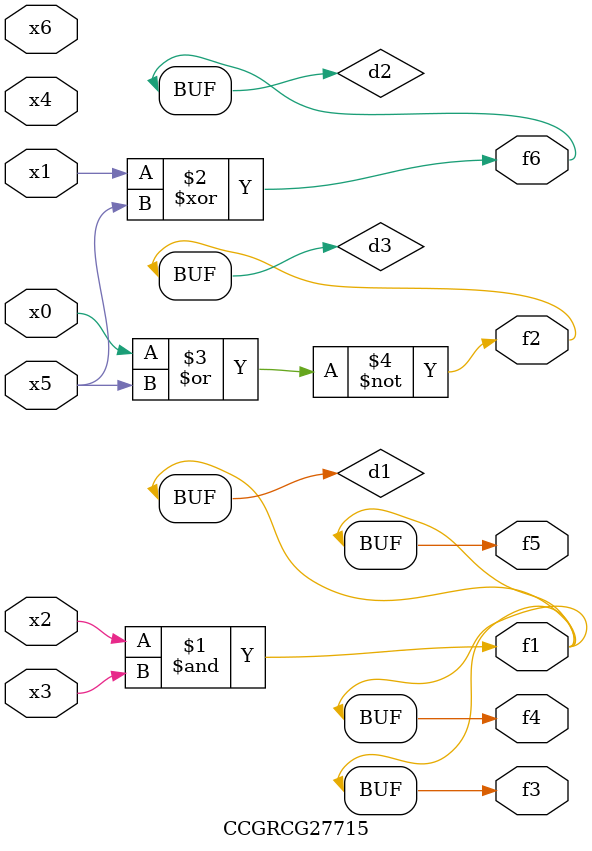
<source format=v>
module CCGRCG27715(
	input x0, x1, x2, x3, x4, x5, x6,
	output f1, f2, f3, f4, f5, f6
);

	wire d1, d2, d3;

	and (d1, x2, x3);
	xor (d2, x1, x5);
	nor (d3, x0, x5);
	assign f1 = d1;
	assign f2 = d3;
	assign f3 = d1;
	assign f4 = d1;
	assign f5 = d1;
	assign f6 = d2;
endmodule

</source>
